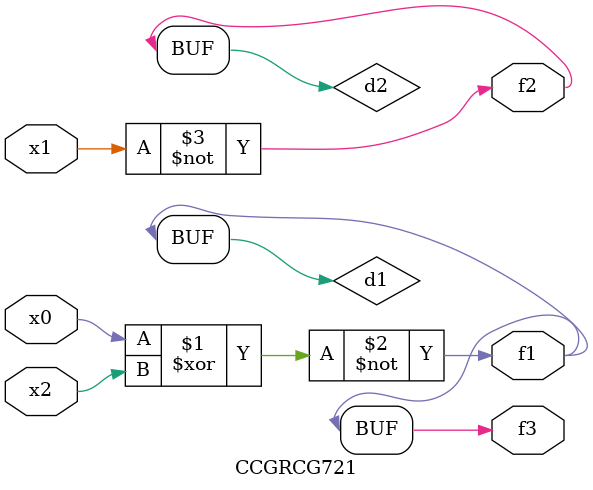
<source format=v>
module CCGRCG721(
	input x0, x1, x2,
	output f1, f2, f3
);

	wire d1, d2, d3;

	xnor (d1, x0, x2);
	nand (d2, x1);
	nor (d3, x1, x2);
	assign f1 = d1;
	assign f2 = d2;
	assign f3 = d1;
endmodule

</source>
